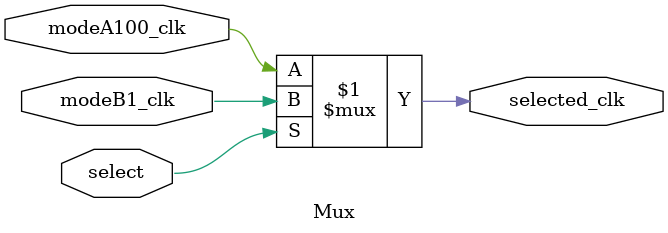
<source format=v>
module Mux(
	input select,
	input modeA100_clk,
	input modeB1_clk,
	
	output selected_clk
	);
	

assign selected_clk = (select) ? modeB1_clk : modeA100_clk;




endmodule
</source>
